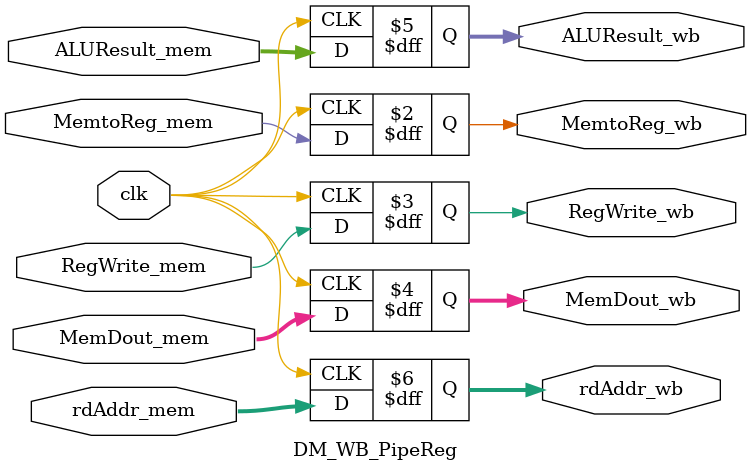
<source format=v>
module DM_WB_PipeReg(
    input clk,
    input MemtoReg_mem, RegWrite_mem,
    input [31:0] MemDout_mem, ALUResult_mem,
    input [4:0] rdAddr_mem,
    output reg MemtoReg_wb, RegWrite_wb,
    output reg [31:0] MemDout_wb, ALUResult_wb,
    output reg [4:0] rdAddr_wb);

always @(posedge clk) begin
    {MemtoReg_wb, RegWrite_wb} <= {MemtoReg_mem, RegWrite_mem};
    {MemDout_wb, ALUResult_wb} <= {MemDout_mem, ALUResult_mem};
    rdAddr_wb <= rdAddr_mem;
end
endmodule
</source>
